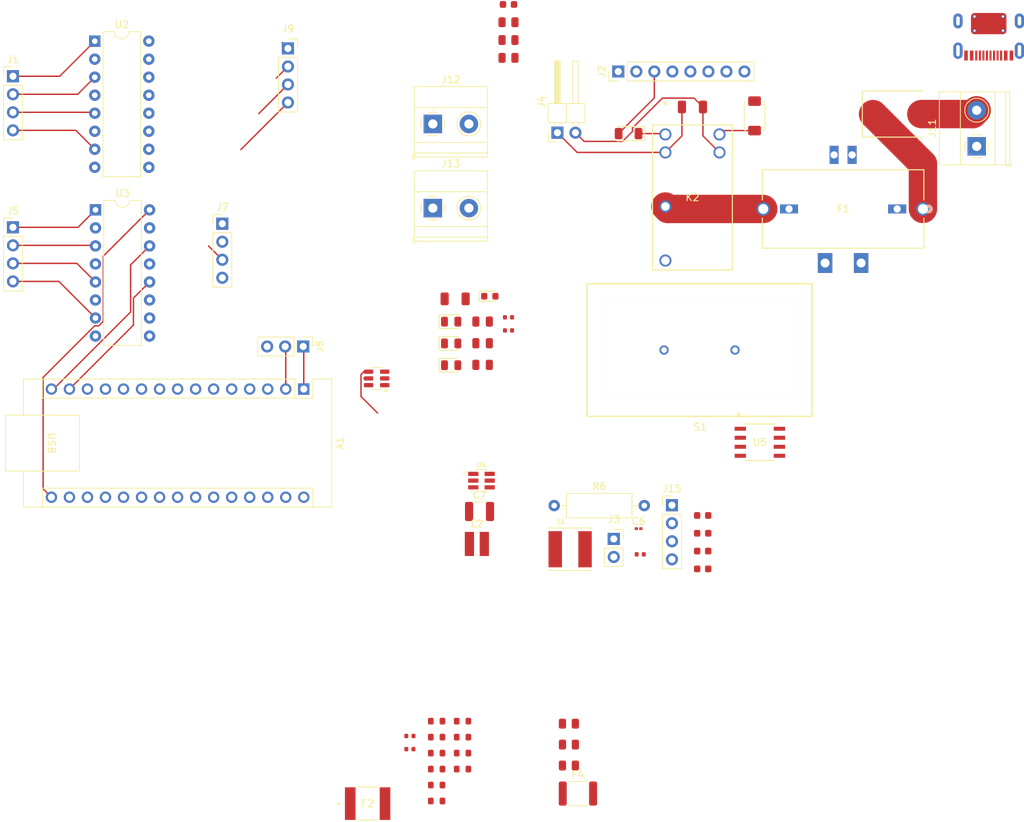
<source format=kicad_pcb>
(kicad_pcb (version 20240108) (generator "pcbnew") (generator_version "8.0")
  (layers (0 "F.Cu" signal) (31 "B.Cu" signal) (34 "B.Paste" user) (35 "F.Paste" user) (36 "B.SilkS" user "B.Silkscreen") (37 "F.SilkS" user "F.Silkscreen") (38 "B.Mask" user) (39 "F.Mask" user) (44 "Edge.Cuts" user))
  (net 0 "")
  (net 3 "/PWR_MOSI")
  (net 6 "GND")
  (net 10 "/PWR_MISO")
  (net 11 "VSS")
  (net 15 "/PWR_SCK")
  (net 24 "Net-(J9-Pin_2)")
  (net 25 "Net-(J1-Pin_4)")
  (net 26 "Net-(J5-Pin_1)")
  (net 27 "Net-(J9-Pin_3)")
  (net 28 "Net-(J9-Pin_4)")
  (net 29 "Net-(J1-Pin_3)")
  (net 30 "Net-(J1-Pin_2)")
  (net 31 "Net-(J5-Pin_4)")
  (net 32 "Net-(J9-Pin_1)")
  (net 33 "Net-(J1-Pin_1)")
  (net 35 "Net-(J5-Pin_3)")
  (net 36 "Net-(J5-Pin_2)")
  (net 37 "Net-(A1-D1{slash}TX)")
  (net 39 "Net-(A1-A0)")
  (net 40 "Net-(A1-D0{slash}RX)")
  (net 41 "FAULT")
  (net 42 "Net-(A1-D2)")
  (net 43 "Net-(J4-Pin_1)")
  (net 44 "Net-(J4-Pin_2)")
  (net 45 "+5VA")
  (net 46 "Net-(U1-FB)")
  (net 47 "Net-(C6-Pad1)")
  (net 48 "Net-(U4-VBST)")
  (net 49 "Net-(U4-SW)")
  (net 50 "VCC")
  (net 51 "Net-(U1-BOOT)")
  (net 52 "Net-(U1-SW)")
  (net 53 "Net-(U4-VFB)")
  (net 54 "Net-(U1-EN)")
  (net 55 "CSENSE_IN")
  (net 59 "Vdrive")
  (net 60 "Net-(J2-Pin_2)")
  (net 61 "Net-(J2-Pin_4)")
  (net 62 "Net-(J10-SHIELD)")
  (net 63 "Net-(J10-CC2)")
  (net 64 "Net-(J10-CC1)")
  (net 65 "Net-(F1-Pad2)")
  (net 72 "Net-(K2-Pad8)")
  (net 73 "Net-(S2-B)")
  (net 74 "Net-(C3-Pad1)")
  (net 75 "Net-(D3-Pad1)")
  (net 76 "Net-(D7-Pad1)")
  (net 77 "Net-(D1-Pad1)")
  (net 78 "Net-(J2-Pin_3)")
  (net 79 "Net-(D2-Pad1)")
  (footprint "PCM_JLCPCB:D_0805" (layer "F.Cu") (at 146 99.64)
    (property "Reference" "D7" (hide yes))
    (property "Value" "Red")
    (pad "1" smd roundrect (at -0.94 0) (size 0.97 1.4) (layers "F.Cu" "F.Paste" "F.Mask") (net 76 "Net-(D7-Pad1)"))
    (pad "2" smd roundrect (at 0.94 0) (size 0.97 1.4) (layers "F.Cu" "F.Paste" "F.Mask") (net 42 "Net-(A1-D2)"))
  )
  (footprint "Package_TO_SOT_SMD:SOT-23-6" (layer "F.Cu") (at 135.5 101.5 180)
    (property "Reference" "U1" (hide yes))
    (property "Value" "TPS54202DDC" (hide yes))
    (pad "1" smd roundrect (at -1.1375 -0.95 180) (size 1.325 0.6) (layers "F.Cu" "F.Paste" "F.Mask") (net 6 "GND"))
    (pad "2" smd roundrect (at -1.1375 0 180) (size 1.325 0.6) (layers "F.Cu" "F.Paste" "F.Mask") (net 52 "Net-(U1-SW)"))
    (pad "3" smd roundrect (at -1.1375 0.95 180) (size 1.325 0.6) (layers "F.Cu" "F.Paste" "F.Mask") (net 50 "VCC"))
    (pad "4" smd roundrect (at 1.1375 0.95 180) (size 1.325 0.6) (layers "F.Cu" "F.Paste" "F.Mask") (net 46 "Net-(U1-FB)"))
    (pad "5" smd roundrect (at 1.1375 0 180) (size 1.325 0.6) (layers "F.Cu" "F.Paste" "F.Mask") (net 54 "Net-(U1-EN)"))
    (pad "6" smd roundrect (at 1.1375 -0.95 180) (size 1.325 0.6) (layers "F.Cu" "F.Paste" "F.Mask") (net 51 "Net-(U1-BOOT)"))
  )
  (footprint "Connector_PinSocket_2.54mm:PinSocket_1x04_P2.54mm_Vertical" (layer "F.Cu") (at 123 55)
    (property "Reference" "J9" (at 0 -2.77 0) (layer "F.SilkS"))
    (property "Value" "Motor driver")
    (pad "1" thru_hole rect (at 0 0) (size 1.7 1.7) (drill 1) (layers "*.Cu" "*.Mask") (net 32 "Net-(J9-Pin_1)"))
    (pad "2" thru_hole oval (at 0 2.54) (size 1.7 1.7) (drill 1) (layers "*.Cu" "*.Mask") (net 24 "Net-(J9-Pin_2)"))
    (pad "3" thru_hole oval (at 0 5.08) (size 1.7 1.7) (drill 1) (layers "*.Cu" "*.Mask") (net 27 "Net-(J9-Pin_3)"))
    (pad "4" thru_hole oval (at 0 7.62) (size 1.7 1.7) (drill 1) (layers "*.Cu" "*.Mask") (net 28 "Net-(J9-Pin_4)"))
  )
  (footprint "Connector_PinHeader_2.54mm:PinHeader_1x08_P2.54mm_Vertical" (layer "F.Cu") (at 169.55 58.25 90)
    (property "Reference" "J2" (at 0 -2.33 90) (layer "F.SilkS"))
    (property "Value" "Balance")
    (pad "1" thru_hole rect (at 0 0 90) (size 1.7 1.7) (drill 1) (layers "*.Cu" "*.Mask") (net 6 "GND"))
    (pad "2" thru_hole oval (at 0 2.54 90) (size 1.7 1.7) (drill 1) (layers "*.Cu" "*.Mask") (net 60 "Net-(J2-Pin_2)"))
    (pad "3" thru_hole oval (at 0 5.08 90) (size 1.7 1.7) (drill 1) (layers "*.Cu" "*.Mask") (net 78 "Net-(J2-Pin_3)"))
    (pad "4" thru_hole oval (at 0 7.62 90) (size 1.7 1.7) (drill 1) (layers "*.Cu" "*.Mask") (net 61 "Net-(J2-Pin_4)"))
    (pad "5" thru_hole oval (at 0 10.16 90) (size 1.7 1.7) (drill 1) (layers "*.Cu" "*.Mask") (net 59 "Vdrive"))
    (pad "6" thru_hole oval (at 0 12.7 90) (size 1.7 1.7) (drill 1) (layers "*.Cu" "*.Mask"))
    (pad "7" thru_hole oval (at 0 15.24 90) (size 1.7 1.7) (drill 1) (layers "*.Cu" "*.Mask"))
    (pad "8" thru_hole oval (at 0 17.78 90) (size 1.7 1.7) (drill 1) (layers "*.Cu" "*.Mask"))
  )
  (footprint "PCM_JLCPCB:R_0805" (layer "F.Cu") (at 154.08 53.82)
    (property "Reference" "R2" (hide yes))
    (property "Value" "10kΩ")
    (pad "1" smd roundrect (at -0.91 0) (size 1.02 1.4) (layers "F.Cu" "F.Paste" "F.Mask") (roundrect_rratio 0.243902) (net 45 "+5VA"))
    (pad "2" smd roundrect (at 0.91 0) (size 1.02 1.4) (layers "F.Cu" "F.Paste" "F.Mask") (roundrect_rratio 0.243902) (net 63 "Net-(J10-CC2)"))
  )
  (footprint "ACS71240LLCBTR_030B3:SOIC8_LCB_ALM-M" (layer "F.Cu") (at 189.5 110.5)
    (property "Reference" "U5" (at 0 0 0) (layer "F.SilkS"))
    (property "Value" "ACS71240LLCBTR-030B3")
    (fp_text user "*" (at -3.0099 -3.6068 0) (layer "F.SilkS"))
    (fp_text user "*" (at -3.0099 -3.6068 0) (layer "F.SilkS"))
    (pad "1" smd rect (at -2.7559 -1.905) (size 1.6002 0.5588) (layers "F.Cu" "F.Paste" "F.Mask") (net 55 "CSENSE_IN"))
    (pad "2" smd rect (at -2.7559 -0.635) (size 1.6002 0.5588) (layers "F.Cu" "F.Paste" "F.Mask") (net 55 "CSENSE_IN"))
    (pad "3" smd rect (at -2.7559 0.635) (size 1.6002 0.5588) (layers "F.Cu" "F.Paste" "F.Mask") (net 50 "VCC"))
    (pad "4" smd rect (at -2.7559 1.905) (size 1.6002 0.5588) (layers "F.Cu" "F.Paste" "F.Mask") (net 50 "VCC"))
    (pad "5" smd rect (at 2.7559 1.905) (size 1.6002 0.5588) (layers "F.Cu" "F.Paste" "F.Mask") (net 6 "GND"))
    (pad "6" smd rect (at 2.7559 0.635) (size 1.6002 0.5588) (layers "F.Cu" "F.Paste" "F.Mask") (net 41 "FAULT"))
    (pad "7" smd rect (at 2.7559 -0.635) (size 1.6002 0.5588) (layers "F.Cu" "F.Paste" "F.Mask") (net 39 "Net-(A1-A0)"))
    (pad "8" smd rect (at 2.7559 -1.905) (size 1.6002 0.5588) (layers "F.Cu" "F.Paste" "F.Mask") (net 11 "VSS"))
  )
  (footprint "PCM_JLCPCB:R_0603" (layer "F.Cu") (at 147.6025 152.05)
    (property "Reference" "RL5" (hide yes))
    (property "Value" "3.6kΩ")
    (pad "1" smd roundrect (at -0.82 0) (size 0.8 0.95) (layers "F.Cu" "F.Paste" "F.Mask") (net 11 "VSS"))
    (pad "2" smd roundrect (at 0.82 0) (size 0.8 0.95) (layers "F.Cu" "F.Paste" "F.Mask") (net 15 "/PWR_SCK"))
  )
  (footprint "Capacitor_SMD:C_1210_3225Metric" (layer "F.Cu") (at 150 120.25)
    (property "Reference" "C7" (at 0 -2.3 0) (layer "F.SilkS"))
    (property "Value" "47u")
    (pad "1" smd roundrect (at -1.475 0) (size 1.15 2.7) (layers "F.Cu" "F.Paste" "F.Mask") (roundrect_rratio 0.217391) (net 47 "Net-(C6-Pad1)"))
    (pad "2" smd roundrect (at 1.475 0) (size 1.15 2.7) (layers "F.Cu" "F.Paste" "F.Mask") (roundrect_rratio 0.217391) (net 6 "GND"))
  )
  (footprint "PCM_JLCPCB:TYPE-C-SMD_HX-TYPE-C-16PIN" (layer "F.Cu") (at 221.75 53.5 180)
    (property "Reference" "J10" (hide yes))
    (property "Value" "Connector, USB-TYPE-C-16P" (hide yes))
    (pad "" np_thru_hole circle (at -2.89 -1.3 180) (size 0.6 0.6) (drill 0.6) (layers "F&B.Cu" "*.Mask"))
    (pad "" np_thru_hole circle (at 2.89 -1.3 180) (size 0.6 0.6) (drill 0.6) (layers "F&B.Cu" "*.Mask"))
    (pad "A5" smd rect (at -1.25 -2.5 180) (size 0.3 1.4) (layers "F.Cu" "F.Paste" "F.Mask") (net 64 "Net-(J10-CC1)"))
    (pad "A6" smd rect (at -0.25 -2.5 180) (size 0.3 1.4) (layers "F.Cu" "F.Paste" "F.Mask"))
    (pad "A7" smd rect (at 0.25 -2.5 180) (size 0.3 1.4) (layers "F.Cu" "F.Paste" "F.Mask"))
    (pad "A8" smd rect (at 1.25 -2.5 180) (size 0.3 1.4) (layers "F.Cu" "F.Paste" "F.Mask"))
    (pad "A9B4" smd rect (at 2.4 -2.5 180) (size 0.5 1.4) (layers "F.Cu" "F.Paste" "F.Mask") (net 45 "+5VA"))
    (pad "A12B1" smd rect (at 3.2 -2.5 180) (size 0.5 1.4) (layers "F.Cu" "F.Paste" "F.Mask") (net 6 "GND"))
    (pad "B5" smd rect (at 1.75 -2.5 180) (size 0.3 1.4) (layers "F.Cu" "F.Paste" "F.Mask") (net 63 "Net-(J10-CC2)"))
    (pad "B6" smd rect (at 0.75 -2.5 180) (size 0.3 1.4) (layers "F.Cu" "F.Paste" "F.Mask"))
    (pad "B7" smd rect (at -0.75 -2.5 180) (size 0.3 1.4) (layers "F.Cu" "F.Paste" "F.Mask"))
    (pad "B8" smd rect (at -1.75 -2.5 180) (size 0.3 1.4) (layers "F.Cu" "F.Paste" "F.Mask"))
    (pad "B9A4" smd rect (at -2.4 -2.5 180) (size 0.5 1.4) (layers "F.Cu" "F.Paste" "F.Mask") (net 45 "+5VA"))
    (pad "B12A1" smd rect (at -3.2 -2.5 180) (size 0.5 1.4) (layers "F.Cu" "F.Paste" "F.Mask") (net 6 "GND"))
    (pad "S1" thru_hole oval (at -4.33 -1.82 180) (size 1.3 2.3) (drill oval 0.5 1.6) (layers "*.Cu" "*.Mask") (net 62 "Net-(J10-SHIELD)"))
    (pad "S1" thru_hole oval (at -4.33 2.38 180) (size 1.3 2.1) (drill oval 0.5 1.3) (layers "*.Cu" "*.Mask") (net 62 "Net-(J10-SHIELD)"))
    (pad "S1" thru_hole circle (at -2 1 180) (size 0.5 0.5) (drill 0.3) (layers "*.Cu" "*.Mask") (net 62 "Net-(J10-SHIELD)"))
    (pad "S1" thru_hole circle (at -2 3 180) (size 0.5 0.5) (drill 0.3) (layers "*.Cu" "*.Mask") (net 62 "Net-(J10-SHIELD)"))
    (pad "S1" smd roundrect (at 0 2 180) (size 5 3) (layers "F.Cu" "F.Paste" "F.Mask") (roundrect_rratio 0.1666666667) (net 62 "Net-(J10-SHIELD)"))
    (pad "S1" thru_hole circle (at 2 1 180) (size 0.5 0.5) (drill 0.3) (layers "*.Cu" "*.Mask") (net 62 "Net-(J10-SHIELD)"))
    (pad "S1" thru_hole circle (at 2 3 180) (size 0.5 0.5) (drill 0.3) (layers "*.Cu" "*.Mask") (net 62 "Net-(J10-SHIELD)"))
    (pad "S1" thru_hole oval (at 4.33 -1.82 180) (size 1.3 2.3) (drill oval 0.5 1.6) (layers "*.Cu" "*.Mask") (net 62 "Net-(J10-SHIELD)"))
    (pad "S1" thru_hole oval (at 4.33 2.38 180) (size 1.3 2.1) (drill oval 0.5 1.3) (layers "*.Cu" "*.Mask") (net 62 "Net-(J10-SHIELD)"))
  )
  (footprint "PCM_JLCPCB:D_0805" (layer "F.Cu") (at 146 93.5)
    (property "Reference" "D3" (hide yes))
    (property "Value" "Yellow")
    (pad "1" smd roundrect (at -0.94 0) (size 0.97 1.4) (layers "F.Cu" "F.Paste" "F.Mask") (net 75 "Net-(D3-Pad1)"))
    (pad "2" smd roundrect (at 0.94 0) (size 0.97 1.4) (layers "F.Cu" "F.Paste" "F.Mask") (net 50 "VCC"))
  )
  (footprint "Connector_PinHeader_2.54mm:PinHeader_1x04_P2.54mm_Vertical" (layer "F.Cu") (at 84.25 58.92)
    (property "Reference" "J1" (at 0 -2.33 0) (layer "F.SilkS"))
    (property "Value" "Motor control" (hide yes))
    (pad "1" thru_hole rect (at 0 0) (size 1.7 1.7) (drill 1) (layers "*.Cu" "*.Mask") (net 33 "Net-(J1-Pin_1)"))
    (pad "2" thru_hole oval (at 0 2.54) (size 1.7 1.7) (drill 1) (layers "*.Cu" "*.Mask") (net 30 "Net-(J1-Pin_2)"))
    (pad "3" thru_hole oval (at 0 5.08) (size 1.7 1.7) (drill 1) (layers "*.Cu" "*.Mask") (net 29 "Net-(J1-Pin_3)"))
    (pad "4" thru_hole oval (at 0 7.62) (size 1.7 1.7) (drill 1) (layers "*.Cu" "*.Mask") (net 25 "Net-(J1-Pin_4)"))
  )
  (footprint "TerminalBlock_Phoenix:TerminalBlock_Phoenix_MKDS-1,5-2-5.08_1x02_P5.08mm_Horizontal" (layer "F.Cu") (at 220.055 68.795 90)
    (property "Reference" "J11" (at 2.54 -6.26 90) (layer "F.SilkS"))
    (property "Value" "Bat_in")
    (pad "1" thru_hole rect (at 0 0 90) (size 2.6 2.6) (drill 1.3) (layers "*.Cu" "*.Mask") (net 6 "GND"))
    (pad "2" thru_hole circle (at 5.08 0 90) (size 2.6 2.6) (drill 1.3) (layers "*.Cu" "*.Mask") (net 59 "Vdrive"))
  )
  (footprint "PCM_JLCPCB:R_0603" (layer "F.Cu") (at 147.6025 154.3)
    (property "Reference" "RL6" (hide yes))
    (property "Value" "3.6kΩ")
    (pad "1" smd roundrect (at -0.82 0) (size 0.8 0.95) (layers "F.Cu" "F.Paste" "F.Mask") (net 11 "VSS"))
    (pad "2" smd roundrect (at 0.82 0) (size 0.8 0.95) (layers "F.Cu" "F.Paste" "F.Mask") (net 10 "/PWR_MISO"))
  )
  (footprint "0031_8201:FUSE_0031.8201_SCH" (layer "F.Cu") (at 212.48 77.62)
    (property "Reference" "F1" (at -11.25 0 0) (layer "F.SilkS"))
    (property "Value" "0031.8201")
    (pad "1" thru_hole circle (at 0 0) (size 1.905 1.905) (drill 1.397) (layers "*.Cu" "*.Mask") (net 79 "Net-(D2-Pad1)"))
    (pad "2" thru_hole circle (at -22.5 0) (size 1.905 1.905) (drill 1.397) (layers "*.Cu" "*.Mask") (net 65 "Net-(F1-Pad2)"))
    (pad "3" thru_hole rect (at -13.79 7.62) (size 2.032 2.794) (drill 1.27) (layers "*.Cu" "*.Mask"))
    (pad "4" thru_hole rect (at -8.71 7.62) (size 2.032 2.794) (drill 1.27) (layers "*.Cu" "*.Mask"))
    (pad "5" thru_hole rect (at -12.52 -7.62) (size 1.27 2.54) (drill 1.016) (layers "*.Cu" "*.Mask"))
    (pad "6" thru_hole rect (at -9.98 -7.62) (size 1.27 2.54) (drill 1.016) (layers "*.Cu" "*.Mask"))
    (pad "7" thru_hole rect (at -18.87 0) (size 2.54 1.27) (drill 1.016) (layers "*.Cu" "*.Mask"))
    (pad "8" thru_hole rect (at -3.63 0) (size 2.54 1.27) (drill 1.016) (layers "*.Cu" "*.Mask"))
  )
  (footprint "TPS563200DDCR:SOT95P280X110-6N" (layer "F.Cu") (at 150.275 115.9)
    (property "Reference" "U4" (at -0.068 -2.2064 0) (layer "F.SilkS") (effects (font (size 0.64 0.64))))
    (property "Value" "TPS563200DDCR")
    (pad "1" smd roundrect (at -1.155 -0.95) (size 1.45 0.59) (layers "F.Cu" "F.Paste" "F.Mask") (roundrect_rratio 0.125) (net 6 "GND"))
    (pad "2" smd roundrect (at -1.155 0) (size 1.45 0.59) (layers "F.Cu" "F.Paste" "F.Mask") (roundrect_rratio 0.125) (net 49 "Net-(U4-SW)"))
    (pad "3" smd roundrect (at -1.155 0.95) (size 1.45 0.59) (layers "F.Cu" "F.Paste" "F.Mask") (roundrect_rratio 0.125) (net 50 "VCC"))
    (pad "4" smd roundrect (at 1.155 0.95) (size 1.45 0.59) (layers "F.Cu" "F.Paste" "F.Mask") (roundrect_rratio 0.125) (net 53 "Net-(U4-VFB)"))
    (pad "5" smd roundrect (at 1.155 0) (size 1.45 0.59) (layers "F.Cu" "F.Paste" "F.Mask") (roundrect_rratio 0.125) (net 50 "VCC"))
    (pad "6" smd roundrect (at 1.155 -0.95) (size 1.45 0.59) (layers "F.Cu" "F.Paste" "F.Mask") (roundrect_rratio 0.125) (net 48 "Net-(U4-VBST)"))
  )
  (footprint "PCM_JLCPCB:R_0603" (layer "F.Cu") (at 143.9525 149.8)
    (property "Reference" "R7" (hide yes))
    (property "Value" "510kΩ")
    (pad "1" smd roundrect (at -0.82 0) (size 0.8 0.95) (layers "F.Cu" "F.Paste" "F.Mask") (net 54 "Net-(U1-EN)"))
    (pad "2" smd roundrect (at 0.82 0) (size 0.8 0.95) (layers "F.Cu" "F.Paste" "F.Mask") (net 50 "VCC"))
  )
  (footprint "74438336047HT:WE-MAPI_3020" (layer "F.Cu") (at 149.625 124.825)
    (property "Reference" "L2" (at 0 -2.835 0) (layer "F.SilkS"))
    (property "Value" "4.7u")
    (pad "1" smd rect (at -1.05 0) (size 1.3 3.4) (layers "F.Cu" "F.Paste" "F.Mask") (net 47 "Net-(C6-Pad1)"))
    (pad "2" smd rect (at 1.05 0) (size 1.3 3.4) (layers "F.Cu" "F.Paste" "F.Mask") (net 52 "Net-(U1-SW)"))
  )
  (footprint "PCM_JLCPCB:C_0603" (layer "F.Cu") (at 154.08 48.8)
    (property "Reference" "C2" (hide yes))
    (property "Value" "10uF")
    (pad "1" smd roundrect (at -0.78 0) (size 0.9 0.95) (layers "F.Cu" "F.Paste" "F.Mask") (net 45 "+5VA"))
    (pad "2" smd roundrect (at 0.78 0) (size 0.9 0.95) (layers "F.Cu" "F.Paste" "F.Mask") (net 6 "GND"))
  )
  (footprint "TerminalBlock_Phoenix:TerminalBlock_Phoenix_MKDS-1,5-2-5.08_1x02_P5.08mm_Horizontal" (layer "F.Cu") (at 143.42 65.64)
    (property "Reference" "J12" (at 2.54 -6.26 0) (layer "F.SilkS"))
    (property "Value" "Motor PWR 1")
    (pad "1" thru_hole rect (at 0 0) (size 2.6 2.6) (drill 1.3) (layers "*.Cu" "*.Mask") (net 6 "GND"))
    (pad "2" thru_hole circle (at 5.08 0) (size 2.6 2.6) (drill 1.3) (layers "*.Cu" "*.Mask") (net 50 "VCC"))
  )
  (footprint "PCM_JLCPCB:C_0805" (layer "F.Cu") (at 150.43 93.49)
    (property "Reference" "C9" (hide yes))
    (property "Value" "10uF")
    (pad "1" smd roundrect (at -0.95 0) (size 1 1.45) (layers "F.Cu" "F.Paste" "F.Mask") (net 50 "VCC"))
    (pad "2" smd roundrect (at 0.95 0) (size 1 1.45) (layers "F.Cu" "F.Paste" "F.Mask") (net 6 "GND"))
  )
  (footprint "Package_DIP:DIP-16_W7.62mm" (layer "F.Cu") (at 95.78 53.97)
    (property "Reference" "U2" (at 3.81 -2.33 0) (layer "F.SilkS"))
    (property "Value" "PC847")
    (pad "1" thru_hole rect (at 0 0) (size 1.6 1.6) (drill 0.8) (layers "*.Cu" "*.Mask") (net 33 "Net-(J1-Pin_1)"))
    (pad "2" thru_hole oval (at 0 2.54) (size 1.6 1.6) (drill 0.8) (layers "*.Cu" "*.Mask") (net 6 "GND"))
    (pad "3" thru_hole oval (at 0 5.08) (size 1.6 1.6) (drill 0.8) (layers "*.Cu" "*.Mask") (net 30 "Net-(J1-Pin_2)"))
    (pad "4" thru_hole oval (at 0 7.62) (size 1.6 1.6) (drill 0.8) (layers "*.Cu" "*.Mask") (net 6 "GND"))
    (pad "5" thru_hole oval (at 0 10.16) (size 1.6 1.6) (drill 0.8) (layers "*.Cu" "*.Mask") (net 29 "Net-(J1-Pin_3)"))
    (pad "6" thru_hole oval (at 0 12.7) (size 1.6 1.6) (drill 0.8) (layers "*.Cu" "*.Mask") (net 6 "GND"))
    (pad "7" thru_hole oval (at 0 15.24) (size 1.6 1.6) (drill 0.8) (layers "*.Cu" "*.Mask") (net 25 "Net-(J1-Pin_4)"))
    (pad "8" thru_hole oval (at 0 17.78) (size 1.6 1.6) (drill 0.8) (layers "*.Cu" "*.Mask") (net 6 "GND"))
    (pad "9" thru_hole oval (at 7.62 17.78) (size 1.6 1.6) (drill 0.8) (layers "*.Cu" "*.Mask") (net 6 "GND"))
    (pad "10" thru_hole oval (at 7.62 15.24) (size 1.6 1.6) (drill 0.8) (layers "*.Cu" "*.Mask") (net 28 "Net-(J9-Pin_4)"))
    (pad "11" thru_hole oval (at 7.62 12.7) (size 1.6 1.6) (drill 0.8) (layers "*.Cu" "*.Mask") (net 6 "GND"))
    (pad "12" thru_hole oval (at 7.62 10.16) (size 1.6 1.6) (drill 0.8) (layers "*.Cu" "*.Mask") (net 27 "Net-(J9-Pin_3)"))
    (pad "13" thru_hole oval (at 7.62 7.62) (size 1.6 1.6) (drill 0.8) (layers "*.Cu" "*.Mask") (net 6 "GND"))
    (pad "14" thru_hole oval (at 7.62 5.08) (size 1.6 1.6) (drill 0.8) (layers "*.Cu" "*.Mask") (net 24 "Net-(J9-Pin_2)"))
    (pad "15" thru_hole oval (at 7.62 2.54) (size 1.6 1.6) (drill 0.8) (layers "*.Cu" "*.Mask") (net 6 "GND"))
    (pad "16" thru_hole oval (at 7.62 0) (size 1.6 1.6) (drill 0.8) (layers "*.Cu" "*.Mask") (net 32 "Net-(J9-Pin_1)"))
  )
  (footprint "PCM_JLCPCB:R_0603" (layer "F.Cu") (at 143.9525 161.05)
    (property "Reference" "RL3" (hide yes))
    (property "Value" "3.6kΩ")
    (pad "1" smd roundrect (at -0.82 0) (size 0.8 0.95) (layers "F.Cu" "F.Paste" "F.Mask") (net 11 "VSS"))
    (pad "2" smd roundrect (at 0.82 0) (size 0.8 0.95) (layers "F.Cu" "F.Paste" "F.Mask") (net 27 "Net-(J9-Pin_3)"))
  )
  (footprint "PCM_JLCPCB:R_0603" (layer "F.Cu") (at 143.9525 154.3)
    (property "Reference" "R11" (hide yes))
    (property "Value" "10kΩ")
    (pad "1" smd roundrect (at -0.82 0) (size 0.8 0.95) (layers "F.Cu" "F.Paste" "F.Mask") (net 41 "FAULT"))
    (pad "2" smd roundrect (at 0.82 0) (size 0.8 0.95) (layers "F.Cu" "F.Paste" "F.Mask") (net 11 "VSS"))
  )
  (footprint "PCM_JLCPCB:D_0805" (layer "F.Cu") (at 146 96.57)
    (property "Reference" "D4" (hide yes))
    (property "Value" "Green")
    (pad "1" smd roundrect (at -0.94 0) (size 0.97 1.4) (layers "F.Cu" "F.Paste" "F.Mask") (net 75 "Net-(D3-Pad1)"))
    (pad "2" smd roundrect (at 0.94 0) (size 0.97 1.4) (layers "F.Cu" "F.Paste" "F.Mask") (net 45 "+5VA"))
  )
  (footprint "Connector_PinHeader_2.54mm:PinHeader_1x04_P2.54mm_Vertical" (layer "F.Cu") (at 113.75 79.7)
    (property "Reference" "J7" (at 0 -2.33 0) (layer "F.SilkS"))
    (property "Value" "SPI debug" (hide yes))
    (pad "1" thru_hole rect (at 0 0) (size 1.7 1.7) (drill 1) (layers "*.Cu" "*.Mask") (net 6 "GND"))
    (pad "2" thru_hole oval (at 0 2.54) (size 1.7 1.7) (drill 1) (layers "*.Cu" "*.Mask") (net 15 "/PWR_SCK"))
    (pad "3" thru_hole oval (at 0 5.08) (size 1.7 1.7) (drill 1) (layers "*.Cu" "*.Mask") (net 10 "/PWR_MISO"))
    (pad "4" thru_hole oval (at 0 7.62) (size 1.7 1.7) (drill 1) (layers "*.Cu" "*.Mask") (net 3 "/PWR_MOSI"))
  )
  (footprint "PCM_JLCPCB:D_0603" (layer "F.Cu") (at 151.45 89.92)
    (property "Reference" "D5" (hide yes))
    (property "Value" "Red")
    (pad "1" smd roundrect (at -0.79 0) (size 0.88 0.95) (layers "F.Cu" "F.Paste" "F.Mask") (net 75 "Net-(D3-Pad1)"))
    (pad "2" smd roundrect (at 0.79 0) (size 0.88 0.95) (layers "F.Cu" "F.Paste" "F.Mask") (net 11 "VSS"))
  )
  (footprint "PCM_JLCPCB:R_0402" (layer "F.Cu") (at 140.1825 153.74)
    (property "Reference" "R9" (hide yes))
    (property "Value" "22kΩ" (hide yes))
    (pad "1" smd roundrect (at -0.5 0) (size 0.56 0.62) (layers "F.Cu" "F.Paste" "F.Mask") (net 46 "Net-(U1-FB)"))
    (pad "2" smd roundrect (at 0.5 0) (size 0.56 0.62) (layers "F.Cu" "F.Paste" "F.Mask") (net 6 "GND"))
  )
  (footprint "Connector_PinHeader_2.54mm:PinHeader_1x04_P2.54mm_Vertical" (layer "F.Cu") (at 84.25 80.21)
    (property "Reference" "J5" (at 0 -2.33 0) (layer "F.SilkS"))
    (property "Value" "Power control" (hide yes))
    (pad "1" thru_hole rect (at 0 0) (size 1.7 1.7) (drill 1) (layers "*.Cu" "*.Mask") (net 26 "Net-(J5-Pin_1)"))
    (pad "2" thru_hole oval (at 0 2.54) (size 1.7 1.7) (drill 1) (layers "*.Cu" "*.Mask") (net 36 "Net-(J5-Pin_2)"))
    (pad "3" thru_hole oval (at 0 5.08) (size 1.7 1.7) (drill 1) (layers "*.Cu" "*.Mask") (net 35 "Net-(J5-Pin_3)"))
    (pad "4" thru_hole oval (at 0 7.62) (size 1.7 1.7) (drill 1) (layers "*.Cu" "*.Mask") (net 31 "Net-(J5-Pin_4)"))
  )
  (footprint "PCM_JLCPCB:R_0402" (layer "F.Cu") (at 140.1825 151.89)
    (property "Reference" "R8" (hide yes))
    (property "Value" "100kΩ" (hide yes))
    (pad "1" smd roundrect (at -0.5 0) (size 0.56 0.62) (layers "F.Cu" "F.Paste" "F.Mask") (net 47 "Net-(C6-Pad1)"))
    (pad "2" smd roundrect (at 0.5 0) (size 0.56 0.62) (layers "F.Cu" "F.Paste" "F.Mask") (net 46 "Net-(U1-FB)"))
  )
  (footprint "PCM_JLCPCB:R_0402" (layer "F.Cu") (at 154.08 94.74)
    (property "Reference" "R12" (hide yes))
    (property "Value" "33kΩ" (hide yes))
    (pad "1" smd roundrect (at -0.5 0) (size 0.56 0.62) (layers "F.Cu" "F.Paste" "F.Mask") (net 74 "Net-(C3-Pad1)"))
    (pad "2" smd roundrect (at 0.5 0) (size 0.56 0.62) (layers "F.Cu" "F.Paste" "F.Mask") (net 53 "Net-(U4-VFB)"))
  )
  (footprint "PCM_JLCPCB:C_0603" (layer "F.Cu") (at 181.445 125.83)
    (property "Reference" "C5" (hide yes))
    (property "Value" "22uF")
    (pad "1" smd roundrect (at -0.78 0) (size 0.9 0.95) (layers "F.Cu" "F.Paste" "F.Mask") (net 74 "Net-(C3-Pad1)"))
    (pad "2" smd roundrect (at 0.78 0) (size 0.9 0.95) (layers "F.Cu" "F.Paste" "F.Mask") (net 6 "GND"))
  )
  (footprint "PCM_JLCPCB:C_0603" (layer "F.Cu") (at 181.445 123.32)
    (property "Reference" "C4" (hide yes))
    (property "Value" "22uF")
    (pad "1" smd roundrect (at -0.78 0) (size 0.9 0.95) (layers "F.Cu" "F.Paste" "F.Mask") (net 74 "Net-(C3-Pad1)"))
    (pad "2" smd roundrect (at 0.78 0) (size 0.9 0.95) (layers "F.Cu" "F.Paste" "F.Mask") (net 6 "GND"))
  )
  (footprint "Connector_PinSocket_2.54mm:PinSocket_1x02_P2.54mm_Vertical" (layer "F.Cu") (at 168.915 124.12)
    (property "Reference" "J3" (at 0 -2.77 0) (layer "F.SilkS"))
    (property "Value" "SBC power 5V pins")
    (pad "1" thru_hole rect (at 0 0) (size 1.7 1.7) (drill 1) (layers "*.Cu" "*.Mask") (net 45 "+5VA"))
    (pad "2" thru_hole oval (at 0 2.54) (size 1.7 1.7) (drill 1) (layers "*.Cu" "*.Mask") (net 6 "GND"))
  )
  (footprint "PCM_JLCPCB:R_0603" (layer "F.Cu") (at 143.9525 158.8)
    (property "Reference" "RL2" (hide yes))
    (property "Value" "3.6kΩ")
    (pad "1" smd roundrect (at -0.82 0) (size 0.8 0.95) (layers "F.Cu" "F.Paste" "F.Mask") (net 11 "VSS"))
    (pad "2" smd roundrect (at 0.82 0) (size 0.8 0.95) (layers "F.Cu" "F.Paste" "F.Mask") (net 24 "Net-(J9-Pin_2)"))
  )
  (footprint "Resistor_THT:R_Axial_DIN0309_L9.0mm_D3.2mm_P12.70mm_Horizontal" (layer "F.Cu") (at 160.515 119.42)
    (property "Reference" "R6" (at 6.35 -2.72 0) (layer "F.SilkS"))
    (property "Value" "470")
    (pad "1" thru_hole circle (at 0 0) (size 1.6 1.6) (drill 0.8) (layers "*.Cu" "*.Mask") (net 75 "Net-(D3-Pad1)"))
    (pad "2" thru_hole oval (at 12.7 0) (size 1.6 1.6) (drill 0.8) (layers "*.Cu" "*.Mask") (net 6 "GND"))
  )
  (footprint "PCM_JLCPCB:R_0603" (layer "F.Cu") (at 143.9525 156.55)
    (property "Reference" "RL1" (hide yes))
    (property "Value" "3.6kΩ")
    (pad "1" smd roundrect (at -0.82 0) (size 0.8 0.95) (layers "F.Cu" "F.Paste" "F.Mask") (net 11 "VSS"))
    (pad "2" smd roundrect (at 0.82 0) (size 0.8 0.95) (layers "F.Cu" "F.Paste" "F.Mask") (net 32 "Net-(J9-Pin_1)"))
  )
  (footprint "2016L300_16MR:FUSE_2016L300_LTF" (layer "F.Cu") (at 134.2309 161.4179)
    (property "Reference" "F2" (at 0 0 0) (layer "F.SilkS"))
    (property "Value" "2016L300/16MR")
    (pad "1" smd rect (at -2.45 0) (size 1.4986 4.5974) (layers "F.Cu" "F.Paste" "F.Mask") (net 74 "Net-(C3-Pad1)"))
    (pad "2" smd rect (at 2.45 0) (size 1.4986 4.5974) (layers "F.Cu" "F.Paste" "F.Mask") (net 45 "+5VA"))
  )
  (footprint "PCM_JLCPCB:R_0603" (layer "F.Cu") (at 143.9525 152.05)
    (property "Reference" "R10" (hide yes))
    (property "Value" "68kΩ")
    (pad "1" smd roundrect (at -0.82 0) (size 0.8 0.95) (layers "F.Cu" "F.Paste" "F.Mask") (net 76 "Net-(D7-Pad1)"))
    (pad "2" smd roundrect (at 0.82 0) (size 0.8 0.95) (layers "F.Cu" "F.Paste" "F.Mask") (net 6 "GND"))
  )
  (footprint "PCM_JLCPCB:C_0805" (layer "F.Cu") (at 150.43 99.59)
    (property "Reference" "C11" (hide yes))
    (property "Value" "100nF")
    (pad "1" smd roundrect (at -0.95 0) (size 1 1.45) (layers "F.Cu" "F.Paste" "F.Mask") (net 48 "Net-(U4-VBST)"))
    (pad "2" smd roundrect (at 0.95 0) (size 1 1.45) (layers "F.Cu" "F.Paste" "F.Mask") (net 49 "Net-(U4-SW)"))
  )
  (footprint "PCM_JLCPCB:R_0402" (layer "F.Cu") (at 172.645 126.29)
    (property "Reference" "R4" (hide yes))
    (property "Value" "10kΩ" (hide yes))
    (pad "1" smd roundrect (at -0.5 0) (size 0.56 0.62) (layers "F.Cu" "F.Paste" "F.Mask") (net 53 "Net-(U4-VFB)"))
    (pad "2" smd roundrect (at 0.5 0) (size 0.56 0.62) (layers "F.Cu" "F.Paste" "F.Mask") (net 6 "GND"))
  )
  (footprint "PCM_JLCPCB:C_0603" (layer "F.Cu") (at 181.445 120.81)
    (property "Reference" "C3" (hide yes))
    (property "Value" "22uF")
    (pad "1" smd roundrect (at -0.78 0) (size 0.9 0.95) (layers "F.Cu" "F.Paste" "F.Mask") (net 74 "Net-(C3-Pad1)"))
    (pad "2" smd roundrect (at 0.78 0) (size 0.9 0.95) (layers "F.Cu" "F.Paste" "F.Mask") (net 6 "GND"))
  )
  (footprint "TerminalBlock_Phoenix:TerminalBlock_Phoenix_MKDS-1,5-2-5.08_1x02_P5.08mm_Horizontal" (layer "F.Cu") (at 143.42 77.5)
    (property "Reference" "J13" (at 2.54 -6.26 0) (layer "F.SilkS"))
    (property "Value" "Motor PWR 2")
    (pad "1" thru_hole rect (at 0 0) (size 2.6 2.6) (drill 1.3) (layers "*.Cu" "*.Mask") (net 6 "GND"))
    (pad "2" thru_hole circle (at 5.08 0) (size 2.6 2.6) (drill 1.3) (layers "*.Cu" "*.Mask") (net 50 "VCC"))
  )
  (footprint "PCM_JLCPCB:C_0805" (layer "F.Cu") (at 150.43 96.54)
    (property "Reference" "C10" (hide yes))
    (property "Value" "10uF")
    (pad "1" smd roundrect (at -0.95 0) (size 1 1.45) (layers "F.Cu" "F.Paste" "F.Mask") (net 50 "VCC"))
    (pad "2" smd roundrect (at 0.95 0) (size 1 1.45) (layers "F.Cu" "F.Paste" "F.Mask") (net 6 "GND"))
  )
  (footprint "Capacitor_SMD:C_0201_0603Metric" (layer "F.Cu") (at 172.415 122.67)
    (property "Reference" "C6" (at 0 -1.05 0) (layer "F.SilkS"))
    (property "Value" "56p")
    (pad "1" smd roundrect (at -0.32 0) (size 0.46 0.4) (layers "F.Cu" "F.Mask") (net 47 "Net-(C6-Pad1)"))
    (pad "2" smd roundrect (at 0.32 0) (size 0.46 0.4) (layers "F.Cu" "F.Mask") (net 46 "Net-(U1-FB)"))
  )
  (footprint "PCM_JLCPCB:R_0603" (layer "F.Cu") (at 147.6025 149.8)
    (property "Reference" "RL4" (hide yes))
    (property "Value" "3.6kΩ")
    (pad "1" smd roundrect (at -0.82 0) (size 0.8 0.95) (layers "F.Cu" "F.Paste" "F.Mask") (net 11 "VSS"))
    (pad "2" smd roundrect (at 0.82 0) (size 0.8 0.95) (layers "F.Cu" "F.Paste" "F.Mask") (net 28 "Net-(J9-Pin_4)"))
  )
  (footprint "PCM_JLCPCB:C_0402" (layer "F.Cu") (at 154.08 92.89)
    (property "Reference" "C12" (hide yes))
    (property "Value" "100nF")
    (pad "1" smd roundrect (at -0.5 0) (size 0.56 0.62) (layers "F.Cu" "F.Paste" "F.Mask") (net 51 "Net-(U1-BOOT)"))
    (pad "2" smd roundrect (at 0.5 0) (size 0.56 0.62) (layers "F.Cu" "F.Paste" "F.Mask") (net 52 "Net-(U1-SW)"))
  )
  (footprint "PCM_JLCPCB:R_0805" (layer "F.Cu") (at 162.5925 153.1)
    (property "Reference" "R2" (hide yes))
    (property "Value" "10kΩ")
    (pad "1" smd roundrect (at -0.91 0) (size 1.02 1.4) (layers "F.Cu" "F.Paste" "F.Mask") (roundrect_rratio 0.243902) (net 45 "+5VA"))
    (pad "2" smd roundrect (at 0.91 0) (size 1.02 1.4) (layers "F.Cu" "F.Paste" "F.Mask") (roundrect_rratio 0.243902) (net 63 "Net-(J10-CC2)"))
  )
  (footprint "PCM_JLCPCB:R_0805" (layer "F.Cu") (at 154.08 56.33)
    (property "Reference" "R3" (hide yes))
    (property "Value" "10kΩ")
    (pad "1" smd roundrect (at -0.91 0) (size 1.02 1.4) (layers "F.Cu" "F.Paste" "F.Mask") (roundrect_rratio 0.243902) (net 45 "+5VA"))
    (pad "2" smd roundrect (at 0.91 0) (size 1.02 1.4) (layers "F.Cu" "F.Paste" "F.Mask") (roundrect_rratio 0.243902) (net 64 "Net-(J10-CC1)"))
  )
  (footprint "PCM_JLCPCB:SW_TS-1088-AR02016" (layer "F.Cu") (at 188.75 64.5 -90)
    (property "Reference" "S2" (hide yes))
    (property "Value" "Safety reset")
    (pad "1" smd roundrect (at -2.075 0 270) (size 1.35 1.8) (layers "F.Cu" "F.Paste" "F.Mask") (roundrect_rratio 0.1851851852) (net 6 "GND"))
    (pad "2" smd roundrect (at 2.075 0 270) (size 1.35 1.8) (layers "F.Cu" "F.Paste" "F.Mask") (roundrect_rratio 0.1851851852) (net 73 "Net-(S2-B)"))
  )
  (footprint "PCM_JLCPCB:C_0603" (layer "F.Cu") (at 181.445 128.34)
    (property "Reference" "C8" (hide yes))
    (property "Value" "100nF")
    (pad "1" smd roundrect (at -0.78 0) (size 0.9 0.95) (layers "F.Cu" "F.Paste" "F.Mask") (net 6 "GND"))
    (pad "2" smd roundrect (at 0.78 0) (size 0.9 0.95) (layers "F.Cu" "F.Paste" "F.Mask") (net 11 "VSS"))
  )
  (footprint "Connector_PinHeader_2.54mm:PinHeader_1x04_P2.54mm_Vertical" (layer "F.Cu") (at 177.115 119.37)
    (property "Reference" "J15" (at 0 -2.33 0) (layer "F.SilkS"))
    (property "Value" "Power test")
    (pad "1" thru_hole rect (at 0 0) (size 1.7 1.7) (drill 1) (layers "*.Cu" "*.Mask") (net 6 "GND"))
    (pad "2" thru_hole oval (at 0 2.54) (size 1.7 1.7) (drill 1) (layers "*.Cu" "*.Mask") (net 11 "VSS"))
    (pad "3" thru_hole oval (at 0 5.08) (size 1.7 1.7) (drill 1) (layers "*.Cu" "*.Mask") (net 45 "+5VA"))
    (pad "4" thru_hole oval (at 0 7.62) (size 1.7 1.7) (drill 1) (layers "*.Cu" "*.Mask") (net 50 "VCC"))
  )
  (footprint "Package_DIP:DIP-16_W7.62mm" (layer "F.Cu") (at 95.88 77.75)
    (property "Reference" "U3" (at 3.81 -2.33 0) (layer "F.SilkS"))
    (property "Value" "PC847")
    (pad "1" thru_hole rect (at 0 0) (size 1.6 1.6) (drill 0.8) (layers "*.Cu" "*.Mask") (net 26 "Net-(J5-Pin_1)"))
    (pad "2" thru_hole oval (at 0 2.54) (size 1.6 1.6) (drill 0.8) (layers "*.Cu" "*.Mask") (net 6 "GND"))
    (pad "3" thru_hole oval (at 0 5.08) (size 1.6 1.6) (drill 0.8) (layers "*.Cu" "*.Mask") (net 36 "Net-(J5-Pin_2)"))
    (pad "4" thru_hole oval (at 0 7.62) (size 1.6 1.6) (drill 0.8) (layers "*.Cu" "*.Mask") (net 6 "GND"))
    (pad "5" thru_hole oval (at 0 10.16) (size 1.6 1.6) (drill 0.8) (layers "*.Cu" "*.Mask") (net 35 "Net-(J5-Pin_3)"))
    (pad "6" thru_hole oval (at 0 12.7) (size 1.6 1.6) (drill 0.8) (layers "*.Cu" "*.Mask") (net 6 "GND"))
    (pad "7" thru_hole oval (at 0 15.24) (size 1.6 1.6) (drill 0.8) (layers "*.Cu" "*.Mask") (net 31 "Net-(J5-Pin_4)"))
    (pad "8" thru_hole oval (at 0 17.78) (size 1.6 1.6) (drill 0.8) (layers "*.Cu" "*.Mask") (net 6 "GND"))
    (pad "9" thru_hole oval (at 7.62 17.78) (size 1.6 1.6) (drill 0.8) (layers "*.Cu" "*.Mask") (net 6 "GND"))
    (pad "10" thru_hole oval (at 7.62 15.24) (size 1.6 1.6) (drill 0.8) (layers "*.Cu" "*.Mask"))
    (pad "11" thru_hole oval (at 7.62 12.7) (size 1.6 1.6) (drill 0.8) (layers "*.Cu" "*.Mask") (net 6 "GND"))
    (pad "12" thru_hole oval (at 7.62 10.16) (size 1.6 1.6) (drill 0.8) (layers "*.Cu" "*.Mask") (net 3 "/PWR_MOSI"))
    (pad "13" thru_hole oval (at 7.62 7.62) (size 1.6 1.6) (drill 0.8) (layers "*.Cu" "*.Mask") (net 6 "GND"))
    (pad "14" thru_hole oval (at 7.62 5.08) (size 1.6 1.6) (drill 0.8) (layers "*.Cu" "*.Mask") (net 10 "/PWR_MISO"))
    (pad "15" thru_hole oval (at 7.62 2.54) (size 1.6 1.6) (drill 0.8) (layers "*.Cu" "*.Mask") (net 6 "GND"))
    (pad "16" thru_hole oval (at 7.62 0) (size 1.6 1.6) (drill 0.8) (layers "*.Cu" "*.Mask") (net 15 "/PWR_SCK"))
  )
  (footprint "Connector_PinHeader_2.54mm:PinHeader_1x02_P2.54mm_Horizontal" (layer "F.Cu") (at 160.975 66.875 90)
    (property "Reference" "J4" (at 4.385 -2.27 90) (layer "F.SilkS"))
    (property "Value" "SafetyBuzzer_Alarm")
    (pad "1" thru_hole rect (at 0 0 90) (size 1.7 1.7) (drill 1) (layers "*.Cu" "*.Mask") (net 43 "Net-(J4-Pin_1)"))
    (pad "2" thru_hole oval (at 0 2.54 90) (size 1.7 1.7) (drill 1) (layers "*.Cu" "*.Mask") (net 44 "Net-(J4-Pin_2)"))
  )
  (footprint "PCM_JLCPCB:D_SMC" (layer "F.Cu") (at 208.85 64.25)
    (property "Reference" "D2" (hide yes))
    (property "Value" "S10JC")
    (pad "1" smd roundrect (at -3.4 0 90) (size 3.3 2.5) (layers "F.Cu" "F.Paste" "F.Mask") (roundrect_rratio 0.1) (net 79 "Net-(D2-Pad1)"))
    (pad "2" smd roundrect (at 3.4 0 90) (size 3.3 2.5) (layers "F.Cu" "F.Paste" "F.Mask") (roundrect_rratio 0.1) (net 59 "Vdrive"))
  )
  (footprint "PCM_JLCPCB:C_1206" (layer "F.Cu") (at 146.56 90.29)
    (property "Reference" "C13" (hide yes))
    (property "Value" "22uF")
    (pad "1" smd roundrect (at -1.48 0) (size 1.15 1.8) (layers "F.Cu" "F.Paste" "F.Mask") (roundrect_rratio 0.217391) (net 6 "GND"))
    (pad "2" smd roundrect (at 1.48 0) (size 1.15 1.8) (layers "F.Cu" "F.Paste" "F.Mask") (roundrect_rratio 0.217391) (net 50 "VCC"))
  )
  (footprint "PCM_JLCPCB:R_0805" (layer "F.Cu") (at 162.5925 156.05)
    (property "Reference" "R3" (hide yes))
    (property "Value" "10kΩ")
    (pad "1" smd roundrect (at -0.91 0) (size 1.02 1.4) (layers "F.Cu" "F.Paste" "F.Mask") (roundrect_rratio 0.243902) (net 45 "+5VA"))
    (pad "2" smd roundrect (at 0.91 0) (size 1.02 1.4) (layers "F.Cu" "F.Paste" "F.Mask") (roundrect_rratio 0.243902) (net 64 "Net-(J10-CC1)"))
  )
  (footprint "VLS6045EX_2R2N:IND_VLS6045EX-2R2N" (layer "F.Cu") (at 162.765 125.57)
    (property "Reference" "L1" (at -1.268 -3.9064 0) (layer "F.SilkS") (effects (font (size 0.64 0.64))))
    (property "Value" "VLS6045EX-2R2N")
    (pad "1" smd rect (at -2.1 0) (size 1.9 5.1) (layers "F.Cu" "F.Paste" "F.Mask") (net 49 "Net-(U4-SW)"))
    (pad "2" smd rect (at 2.1 0) (size 1.9 5.1) (layers "F.Cu" "F.Paste" "F.Mask") (net 74 "Net-(C3-Pad1)"))
  )
  (footprint "DSP1AL2DC5V:DSP1A-L2_PAN" (layer "F.Cu") (at 176.19 67.1135)
    (property "Reference" "K2" (at 3.81 8.8865 0) (layer "F.SilkS"))
    (property "Value" "DSP1A-L2-DC5V")
    (fp_text user "*" (at 0 -4.113333 0) (layer "F.SilkS"))
    (fp_text user "*" (at 0 -4.113333 0) (layer "F.SilkS"))
    (pad "1" thru_hole circle (at 0 0) (size 1.7018 1.7018) (drill 1.1938) (layers "*.Cu" "*.Mask") (net 77 "Net-(D1-Pad1)"))
    (pad "2" thru_hole circle (at 0 2.54) (size 1.7018 1.7018) (drill 1.1938) (layers "*.Cu" "*.Mask") (net 43 "Net-(J4-Pin_1)"))
    (pad "5" thru_hole circle (at 0 10.16) (size 1.7018 1.7018) (drill 1.1938) (layers "*.Cu" "*.Mask") (net 65 "Net-(F1-Pad2)"))
    (pad "8" thru_hole circle (at 0 17.78) (size 1.7018 1.7018) (drill 1.1938) (layers "*.Cu" "*.Mask") (net 72 "Net-(K2-Pad8)"))
    (pad "15" thru_hole circle (at 7.62 2.54) (size 1.7018 1.7018) (drill 1.1938) (layers "*.Cu" "*.Mask") (net 44 "Net-(J4-Pin_2)"))
    (pad "16" thru_hole circle (at 7.62 0) (size 1.7018 1.7018) (drill 1.1938) (layers "*.Cu" "*.Mask") (net 73 "Net-(S2-B)"))
  )
  (footprint "PCM_JLCPCB:C_1206" (layer "F.Cu") (at 180 63.25)
    (property "Reference" "C1" (hide yes))
    (property "Value" "100uF")
    (pad "1" smd roundrect (at -1.48 0) (size 1.15 1.8) (layers "F.Cu" "F.Paste" "F.Mask") (roundrect_rratio 0.217391) (net 43 "Net-(J4-Pin_1)"))
    (pad "2" smd roundrect (at 1.48 0) (size 1.15 1.8) (layers "F.Cu" "F.Paste" "F.Mask") (roundrect_rratio 0.217391) (net 44 "Net-(J4-Pin_2)"))
  )
  (footprint "PCM_JLCPCB:R_0805" (layer "F.Cu") (at 154.08 51.31)
    (property "Reference" "R1" (hide yes))
    (property "Value" "10Ω")
    (pad "1" smd roundrect (at -0.91 0) (size 1.02 1.4) (layers "F.Cu" "F.Paste" "F.Mask") (roundrect_rratio 0.243902) (net 6 "GND"))
    (pad "2" smd roundrect (at 0.91 0) (size 1.02 1.4) (layers "F.Cu" "F.Paste" "F.Mask") (roundrect_rratio 0.243902) (net 62 "Net-(J10-SHIELD)"))
  )
  (footprint "Connector_PinHeader_2.54mm:PinHeader_1x03_P2.54mm_Vertical" (layer "F.Cu") (at 125.15 97 -90)
    (property "Reference" "J8" (at 0 -2.33 90) (layer "F.SilkS"))
    (property "Value" "MCU UART")
    (pad "1" thru_hole rect (at 0 0 270) (size 1.7 1.7) (drill 1) (layers "*.Cu" "*.Mask") (net 37 "Net-(A1-D1{slash}TX)"))
    (pad "2" thru_hole oval (at 0 2.54 270) (size 1.7 1.7) (drill 1) (layers "*.Cu" "*.Mask") (net 40 "Net-(A1-D0{slash}RX)"))
    (pad "3" thru_hole oval (at 0 5.08 270) (size 1.7 1.7) (drill 1) (layers "*.Cu" "*.Mask") (net 6 "GND"))
  )
  (footprint "PCM_JLCPCB:R_0805" (layer "F.Cu") (at 162.5925 150.15)
    (property "Reference" "R1" (hide yes))
    (property "Value" "10Ω")
    (pad "1" smd roundrect (at -0.91 0) (size 1.02 1.4) (layers "F.Cu" "F.Paste" "F.Mask") (roundrect_rratio 0.243902) (net 6 "GND"))
    (pad "2" smd roundrect (at 0.91 0) (size 1.02 1.4) (layers "F.Cu" "F.Paste" "F.Mask") (roundrect_rratio 0.243902) (net 62 "Net-(J10-SHIELD)"))
  )
  (footprint "Fuse:Fuse_1812_4532Metric" (layer "F.Cu") (at 163.8625 160)
    (property "Reference" "F4" (at 0 -2.65 0) (layer "F.SilkS"))
    (property "Value" "3A")
    (pad "1" smd roundrect (at -2.1375 0) (size 1.125 3.4) (layers "F.Cu" "F.Paste" "F.Mask") (roundrect_rratio 0.222222) (net 47 "Net-(C6-Pad1)"))
    (pad "2" smd roundrect (at 2.1375 0) (size 1.125 3.4) (layers "F.Cu" "F.Paste" "F.Mask") (roundrect_rratio 0.222222) (net 11 "VSS"))
  )
  (footprint "Module:Arduino_Nano" (layer "F.Cu") (at 125.23 103 -90)
    (property "Reference" "A1" (at 7.62 -5.08 90) (layer "F.SilkS"))
    (property "Value" "Arduino_Nano_v3.x")
    (fp_text user "USB" (at 7.62 35.56 -90) (layer "F.SilkS"))
    (pad "1" thru_hole rect (at 0 0 270) (size 1.6 1.6) (drill 1) (layers "*.Cu" "*.Mask") (net 37 "Net-(A1-D1{slash}TX)"))
    (pad "2" thru_hole oval (at 0 2.54 270) (size 1.6 1.6) (drill 1) (layers "*.Cu" "*.Mask") (net 40 "Net-(A1-D0{slash}RX)"))
    (pad "3" thru_hole oval (at 0 5.08 270) (size 1.6 1.6) (drill 1) (layers "*.Cu" "*.Mask"))
    (pad "4" thru_hole oval (at 0 7.62 270) (size 1.6 1.6) (drill 1) (layers "*.Cu" "*.Mask") (net 6 "GND"))
    (pad "5" thru_hole oval (at 0 10.16 270) (size 1.6 1.6) (drill 1) (layers "*.Cu" "*.Mask") (net 42 "Net-(A1-D2)"))
    (pad "6" thru_hole oval (at 0 12.7 270) (size 1.6 1.6) (drill 1) (layers "*.Cu" "*.Mask") (net 41 "FAULT"))
    (pad "7" thru_hole oval (at 0 15.24 270) (size 1.6 1.6) (drill 1) (layers "*.Cu" "*.Mask"))
    (pad "8" thru_hole oval (at 0 17.78 270) (size 1.6 1.6) (drill 1) (layers "*.Cu" "*.Mask"))
    (pad "9" thru_hole oval (at 0 20.32 270) (size 1.6 1.6) (drill 1) (layers "*.Cu" "*.Mask"))
    (pad "10" thru_hole oval (at 0 22.86 270) (size 1.6 1.6) (drill 1) (layers "*.Cu" "*.Mask"))
    (pad "11" thru_hole oval (at 0 25.4 270) (size 1.6 1.6) (drill 1) (layers "*.Cu" "*.Mask"))
    (pad "12" thru_hole oval (at 0 27.94 270) (size 1.6 1.6) (drill 1) (layers "*.Cu" "*.Mask"))
    (pad "13" thru_hole oval (at 0 30.48 270) (size 1.6 1.6) (drill 1) (layers "*.Cu" "*.Mask"))
    (pad "14" thru_hole oval (at 0 33.02 270) (size 1.6 1.6) (drill 1) (layers "*.Cu" "*.Mask") (net 3 "/PWR_MOSI"))
    (pad "15" thru_hole oval (at 0 35.56 270) (size 1.6 1.6) (drill 1) (layers "*.Cu" "*.Mask") (net 10 "/PWR_MISO"))
    (pad "16" thru_hole oval (at 15.24 35.56 270) (size 1.6 1.6) (drill 1) (layers "*.Cu" "*.Mask") (net 15 "/PWR_SCK"))
    (pad "17" thru_hole oval (at 15.24 33.02 270) (size 1.6 1.6) (drill 1) (layers "*.Cu" "*.Mask"))
    (pad "18" thru_hole oval (at 15.24 30.48 270) (size 1.6 1.6) (drill 1) (layers "*.Cu" "*.Mask"))
    (pad "19" thru_hole oval (at 15.24 27.94 270) (size 1.6 1.6) (drill 1) (layers "*.Cu" "*.Mask") (net 39 "Net-(A1-A0)"))
    (pad "20" thru_hole oval (at 15.24 25.4 270) (size 1.6 1.6) (drill 1) (layers "*.Cu" "*.Mask"))
    (pad "21" thru_hole oval (at 15.24 22.86 270) (size 1.6 1.6) (drill 1) (layers "*.Cu" "*.Mask"))
    (pad "22" thru_hole oval (at 15.24 20.32 270) (size 1.6 1.6) (drill 1) (layers "*.Cu" "*.Mask"))
    (pad "23" thru_hole oval (at 15.24 17.78 270) (size 1.6 1.6) (drill 1) (layers "*.Cu" "*.Mask"))
    (pad "24" thru_hole oval (at 15.24 15.24 270) (size 1.6 1.6) (drill 1) (layers "*.Cu" "*.Mask"))
    (pad "25" thru_hole oval (at 15.24 12.7 270) (size 1.6 1.6) (drill 1) (layers "*.Cu" "*.Mask"))
    (pad "26" thru_hole oval (at 15.24 10.16 270) (size 1.6 1.6) (drill 1) (layers "*.Cu" "*.Mask"))
    (pad "27" thru_hole oval (at 15.24 7.62 270) (size 1.6 1.6) (drill 1) (layers "*.Cu" "*.Mask"))
    (pad "28" thru_hole oval (at 15.24 5.08 270) (size 1.6 1.6) (drill 1) (layers "*.Cu" "*.Mask"))
    (pad "29" thru_hole oval (at 15.24 2.54 270) (size 1.6 1.6) (drill 1) (layers "*.Cu" "*.Mask") (net 6 "GND"))
    (pad "30" thru_hole oval (at 15.24 0 270) (size 1.6 1.6) (drill 1) (layers "*.Cu" "*.Mask") (net 11 "VSS"))
  )
  (footprint "PCM_JLCPCB:R_0603" (layer "F.Cu") (at 147.6025 156.55)
    (property "Reference" "RL7" (hide yes))
    (property "Value" "3.6kΩ")
    (pad "1" smd roundrect (at -0.82 0) (size 0.8 0.95) (layers "F.Cu" "F.Paste" "F.Mask") (net 11 "VSS"))
    (pad "2" smd roundrect (at 0.82 0) (size 0.8 0.95) (layers "F.Cu" "F.Paste" "F.Mask") (net 3 "/PWR_MOSI"))
  )
  (footprint "471005264152:471005264152_1_0-3_0_" (layer "F.Cu") (at 181 97.5 180)
    (property "Reference" "S1" (at -0.1 -10.835 360) (layer "F.SilkS"))
    (property "Value" "471005264152")
    (fp_line (start 13.8 6.9) (end -13.8 6.9) (stroke (width 0.01)) (layer "Edge.Cuts"))
    (fp_line (start 13.8 -6.9) (end 13.8 6.9) (stroke (width 0.01)) (layer "Edge.Cuts"))
    (fp_line (start -13.8 6.9) (end -13.8 -6.9) (stroke (width 0.01)) (layer "Edge.Cuts"))
    (fp_line (start -13.8 -6.9) (end 13.8 -6.9) (stroke (width 0.01)) (layer "Edge.Cuts"))
    (fp_text user "PCB Cutout Area" (at -5.85 -2.6 360) (layer "Edge.Cuts"))
    (pad "1" thru_hole circle (at 5 0 180) (size 1.308 1.308) (drill 0.8) (layers "*.Cu" "*.Mask") (net 72 "Net-(K2-Pad8)"))
    (pad "2" thru_hole circle (at -5 0 180) (size 1.308 1.308) (drill 0.8) (layers "*.Cu" "*.Mask") (net 55 "CSENSE_IN"))
  )
  (footprint "PCM_JLCPCB:D_SOD-123FL" (layer "F.Cu") (at 171 67 180)
    (property "Reference" "D1" (hide yes))
    (property "Value" "1N4001W")
    (pad "1" smd roundrect (at -1.4 0 180) (size 1.1 1.6) (layers "F.Cu" "F.Paste" "F.Mask") (roundrect_rratio 0.2272727273) (net 77 "Net-(D1-Pad1)"))
    (pad "2" smd roundrect (at 1.4 0 180) (size 1.1 1.6) (layers "F.Cu" "F.Paste" "F.Mask") (roundrect_rratio 0.2272727273) (net 78 "Net-(J2-Pin_3)"))
  )
  (segment (start 101.23 90.18) (end 103.5 87.91) (width 0.2) (layer "F.Cu") (net 3))
  (segment (start 113.22 87.85) (end 113.75 87.32) (width 0.2) (layer "F.Cu") (net 3))
  (segment (start 101.23 93.98) (end 101.23 90.18) (width 0.2) (layer "F.Cu") (net 3))
  (segment (start 92.21 103) (end 101.23 93.98) (width 0.2) (layer "F.Cu") (net 3))
  (segment (start 100.83 92.135635) (end 100.83 85.5) (width 0.2) (layer "F.Cu") (net 10))
  (segment (start 111.82 82.85) (end 113.75 84.78) (width 0.2) (layer "F.Cu") (net 10))
  (segment (start 89.965635 103) (end 100.83 92.135635) (width 0.2) (layer "F.Cu") (net 10))
  (segment (start 89.67 103) (end 89.965635 103) (width 0.2) (layer "F.Cu") (net 10))
  (segment (start 100.83 85.5) (end 103.5 82.83) (width 0.2) (layer "F.Cu") (net 10))
  (segment (start 100.81 85.52) (end 100.83 85.5) (width 0.2) (layer "F.Cu") (net 10))
  (segment (start 103.5 77.75) (end 96.98 84.27) (width 0.2) (layer "F.Cu") (net 15))
  (segment (start 95.764365 94.09) (end 88.5 101.354365) (width 0.2) (layer "F.Cu") (net 15))
  (segment (start 88.5 117.07) (end 89.67 118.24) (width 0.2) (layer "F.Cu") (net 15))
  (segment (start 96.98 84.27) (end 96.98 93.445635) (width 0.2) (layer "F.Cu") (net 15))
  (segment (start 88.5 101.354365) (end 88.5 117.07) (width 0.2) (layer "F.Cu") (net 15))
  (segment (start 96.98 93.445635) (end 96.335635 94.09) (width 0.2) (layer "F.Cu") (net 15))
  (segment (start 96.335635 94.09) (end 95.764365 94.09) (width 0.2) (layer "F.Cu") (net 15))
  (segment (start 121.365 59.175) (end 123 57.54) (width 0.2) (layer "F.Cu") (net 24))
  (segment (start 93.11 66.54) (end 95.78 69.21) (width 0.2) (layer "F.Cu") (net 25))
  (segment (start 84.25 66.54) (end 93.11 66.54) (width 0.2) (layer "F.Cu") (net 25))
  (segment (start 93.42 80.21) (end 95.88 77.75) (width 0.2) (layer "F.Cu") (net 26))
  (segment (start 84.25 80.21) (end 93.42 80.21) (width 0.2) (layer "F.Cu") (net 26))
  (segment (start 118.905 64.175) (end 123 60.08) (width 0.2) (layer "F.Cu") (net 27))
  (segment (start 116.37 69.25) (end 123 62.62) (width 0.2) (layer "F.Cu") (net 28))
  (segment (start 95.65 64) (end 95.78 64.13) (width 0.2) (layer "F.Cu") (net 29))
  (segment (start 84.25 64) (end 95.65 64) (width 0.2) (layer "F.Cu") (net 29))
  (segment (start 93.37 61.46) (end 95.78 59.05) (width 0.2) (layer "F.Cu") (net 30))
  (segment (start 84.25 61.46) (end 93.37 61.46) (width 0.2) (layer "F.Cu") (net 30))
  (segment (start 84.25 87.83) (end 90.72 87.83) (width 0.2) (layer "F.Cu") (net 31))
  (segment (start 90.72 87.83) (end 95.88 92.99) (width 0.2) (layer "F.Cu") (net 31))
  (segment (start 122.175 54.175) (end 123 55) (width 0.2) (layer "F.Cu") (net 32))
  (segment (start 84.25 58.92) (end 90.83 58.92) (width 0.2) (layer "F.Cu") (net 33))
  (segment (start 90.83 58.92) (end 95.78 53.97) (width 0.2) (layer "F.Cu") (net 33))
  (segment (start 84.25 85.29) (end 93.26 85.29) (width 0.2) (layer "F.Cu") (net 35))
  (segment (start 93.26 85.29) (end 95.88 87.91) (width 0.2) (layer "F.Cu") (net 35))
  (segment (start 95.8 82.75) (end 95.88 82.83) (width 0.2) (layer "F.Cu") (net 36))
  (segment (start 84.25 82.75) (end 95.8 82.75) (width 0.2) (layer "F.Cu") (net 36))
  (segment (start 125.23 97.08) (end 125.15 97) (width 0.2) (layer "F.Cu") (net 37))
  (segment (start 125.23 103) (end 125.23 97.08) (width 0.2) (layer "F.Cu") (net 37))
  (segment (start 122.69 97.08) (end 122.61 97) (width 0.2) (layer "F.Cu") (net 40))
  (segment (start 122.69 103) (end 122.69 97.08) (width 0.2) (layer "F.Cu") (net 40))
  (segment (start 176.19 69.6535) (end 178.52 67.3235) (width 0.2) (layer "F.Cu") (net 43))
  (segment (start 163.7535 69.6535) (end 176.19 69.6535) (width 0.2) (layer "F.Cu") (net 43))
  (segment (start 160.975 66.875) (end 163.7535 69.6535) (width 0.2) (layer "F.Cu") (net 43))
  (segment (start 178.52 67.3235) (end 178.52 63.25) (width 0.2) (layer "F.Cu") (net 43))
  (segment (start 171.55 66.7) (end 171.55 66.215256) (width 0.2) (layer "F.Cu") (net 44))
  (segment (start 180.23 62) (end 181.48 63.25) (width 0.2) (layer "F.Cu") (net 44))
  (segment (start 175.765256 62) (end 180.23 62) (width 0.2) (layer "F.Cu") (net 44))
  (segment (start 170.15 68.1) (end 171.55 66.7) (width 0.2) (layer "F.Cu") (net 44))
  (segment (start 171.55 66.215256) (end 175.765256 62) (width 0.2) (layer "F.Cu") (net 44))
  (segment (start 181.48 67.3235) (end 183.81 69.6535) (width 0.2) (layer "F.Cu") (net 44))
  (segment (start 164.74 68.1) (end 170.15 68.1) (width 0.2) (layer "F.Cu") (net 44))
  (segment (start 163.515 66.875) (end 164.74 68.1) (width 0.2) (layer "F.Cu") (net 44))
  (segment (start 181.48 63.25) (end 181.48 67.3235) (width 0.2) (layer "F.Cu") (net 44))
  (segment (start 133.300001 104.050001) (end 135.63 106.38) (width 0.2) (layer "F.Cu") (net 46))
  (segment (start 133.700001 100.55) (end 133.300001 100.95) (width 0.2) (layer "F.Cu") (net 46))
  (segment (start 134.3625 100.55) (end 133.700001 100.55) (width 0.2) (layer "F.Cu") (net 46))
  (segment (start 133.300001 100.95) (end 133.300001 104.050001) (width 0.2) (layer "F.Cu") (net 46))
  (segment (start 133.700001 101.5) (end 134.3625 101.5) (width 0.2) (layer "F.Cu") (net 54))
  (segment (start 219.52 64.25) (end 220.055 63.715) (width 4) (layer "F.Cu") (net 59))
  (segment (start 212.25 64.25) (end 219.52 64.25) (width 4) (layer "F.Cu") (net 59))
  (segment (start 189.98 77.62) (end 176.5365 77.62) (width 4) (layer "F.Cu") (net 65))
  (segment (start 176.5365 77.62) (end 176.19 77.2735) (width 4) (layer "F.Cu") (net 65))
  (segment (start 184.3485 66.575) (end 183.81 67.1135) (width 0.2) (layer "F.Cu") (net 73))
  (segment (start 188.75 66.575) (end 184.3485 66.575) (width 0.2) (layer "F.Cu") (net 73))
  (segment (start 176.0765 67) (end 176.19 67.1135) (width 0.2) (layer "F.Cu") (net 77))
  (segment (start 172.4 67) (end 176.0765 67) (width 0.2) (layer "F.Cu") (net 77))
  (segment (start 174.63 58.25) (end 174.63 61.97) (width 0.2) (layer "F.Cu") (net 78))
  (segment (start 174.63 61.97) (end 169.6 67) (width 0.2) (layer "F.Cu") (net 78))
  (segment (start 212.48 71.28) (end 212.48 77.62) (width 4) (layer "F.Cu") (net 79))
  (segment (start 205.45 64.25) (end 212.48 71.28) (width 4) (layer "F.Cu") (net 79))
)
</source>
